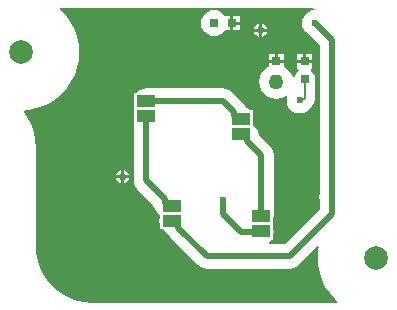
<source format=gbl>
G04*
G04 #@! TF.GenerationSoftware,Altium Limited,Altium Designer,19.0.14 (431)*
G04*
G04 Layer_Physical_Order=2*
G04 Layer_Color=16711680*
%FSLAX25Y25*%
%MOIN*%
G70*
G01*
G75*
%ADD12C,0.01968*%
%ADD29C,0.00600*%
%ADD31C,0.07874*%
%ADD32C,0.02362*%
%ADD33C,0.05000*%
%ADD34R,0.06299X0.03937*%
%ADD35R,0.02953X0.03150*%
%ADD36R,0.03150X0.02953*%
G36*
X137972Y131933D02*
X138777Y131773D01*
X138760Y131267D01*
X137846Y131146D01*
X136792Y130710D01*
X135888Y130016D01*
X135194Y129111D01*
X134757Y128058D01*
X134608Y126927D01*
X134757Y125796D01*
X135194Y124743D01*
X135888Y123838D01*
X136792Y123144D01*
X136912Y123094D01*
X140515Y119491D01*
Y70148D01*
X140466Y70028D01*
X140317Y68898D01*
X140466Y67767D01*
X140515Y67647D01*
Y65113D01*
X128785Y53382D01*
X123619D01*
X123449Y53882D01*
X124011Y54313D01*
X124327Y54724D01*
X125000D01*
Y55964D01*
X125091Y56182D01*
X125233Y57262D01*
X125091Y58341D01*
X125000Y58559D01*
Y61301D01*
X125091Y61519D01*
X125233Y62598D01*
Y83071D01*
X125091Y84150D01*
X124674Y85156D01*
X124011Y86019D01*
X120425Y89605D01*
X120366Y90056D01*
X119949Y91061D01*
X119287Y91925D01*
X118303Y92909D01*
X118110Y93057D01*
Y93781D01*
X118201Y94000D01*
X118343Y95079D01*
X118201Y96158D01*
X118110Y96376D01*
Y97835D01*
X117269D01*
X117122Y98027D01*
X116258Y98690D01*
X115806Y98877D01*
X115619Y99329D01*
X114956Y100192D01*
X111216Y103933D01*
X110353Y104595D01*
X109347Y105012D01*
X108268Y105154D01*
X82677D01*
X81598Y105012D01*
X80592Y104595D01*
X79729Y103933D01*
X79581Y103740D01*
X78740D01*
Y102282D01*
X78650Y102063D01*
X78508Y100984D01*
X78650Y99905D01*
X78740Y99687D01*
Y97164D01*
X78650Y96945D01*
X78508Y95866D01*
Y74581D01*
X78650Y73502D01*
X79066Y72496D01*
X79729Y71633D01*
X84968Y66393D01*
X85028Y65943D01*
X85444Y64937D01*
X86107Y64074D01*
X87091Y63089D01*
X87283Y62942D01*
Y62217D01*
X87193Y61999D01*
X87051Y60919D01*
X87193Y59840D01*
X87283Y59622D01*
Y58164D01*
X88125D01*
X88272Y57971D01*
X89136Y57309D01*
X89588Y57121D01*
X89775Y56669D01*
X90438Y55806D01*
X99979Y46264D01*
X100843Y45602D01*
X101848Y45185D01*
X102927Y45043D01*
X130512D01*
X131591Y45185D01*
X132597Y45602D01*
X133460Y46264D01*
X139747Y52551D01*
X140188Y52315D01*
X139966Y51202D01*
X139801Y48679D01*
X139966Y46156D01*
X140460Y43675D01*
X141273Y41281D01*
X142391Y39013D01*
X143796Y36910D01*
X145464Y35009D01*
X146338Y34242D01*
X146162Y33774D01*
X64646D01*
X64621Y33769D01*
X62185Y33929D01*
X59767Y34410D01*
X57433Y35202D01*
X55221Y36293D01*
X53171Y37662D01*
X51318Y39288D01*
X49692Y41142D01*
X48322Y43192D01*
X47232Y45403D01*
X46439Y47738D01*
X45958Y50156D01*
X45799Y52591D01*
X45804Y52616D01*
Y85355D01*
X45804Y85355D01*
X45831D01*
X45656Y88038D01*
X45131Y90675D01*
X44267Y93221D01*
X43077Y95633D01*
X41893Y97406D01*
X42148Y97924D01*
X43547Y98015D01*
X46027Y98509D01*
X48422Y99322D01*
X50690Y100440D01*
X52793Y101845D01*
X54694Y103513D01*
X56361Y105414D01*
X57766Y107517D01*
X58885Y109785D01*
X59698Y112179D01*
X60191Y114660D01*
X60356Y117183D01*
X60191Y119706D01*
X59698Y122187D01*
X58885Y124581D01*
X57766Y126849D01*
X56361Y128952D01*
X54694Y130853D01*
X53820Y131620D01*
X53996Y132088D01*
X135512D01*
X135537Y132093D01*
X137972Y131933D01*
D02*
G37*
%LPC*%
G36*
X113795Y129445D02*
X111721D01*
Y127469D01*
X113795D01*
Y129445D01*
D02*
G37*
G36*
X121287Y126712D02*
Y125088D01*
X122912D01*
X122842Y125439D01*
X122360Y126160D01*
X121638Y126642D01*
X121287Y126712D01*
D02*
G37*
G36*
X120287D02*
X119936Y126642D01*
X119215Y126160D01*
X118733Y125439D01*
X118663Y125088D01*
X120287D01*
Y126712D01*
D02*
G37*
G36*
X113795Y126469D02*
X111721D01*
Y124492D01*
X113795D01*
Y126469D01*
D02*
G37*
G36*
X105295Y131295D02*
X104165Y131146D01*
X103111Y130710D01*
X102207Y130016D01*
X101512Y129111D01*
X101076Y128058D01*
X100927Y126927D01*
X101076Y125796D01*
X101512Y124743D01*
X102207Y123838D01*
X103111Y123144D01*
X104165Y122708D01*
X105295Y122559D01*
X106426Y122708D01*
X107479Y123144D01*
X108384Y123838D01*
X108886Y124492D01*
X110721D01*
Y126969D01*
Y129445D01*
X108822D01*
X108384Y130016D01*
X107479Y130710D01*
X106426Y131146D01*
X105295Y131295D01*
D02*
G37*
G36*
X122912Y124088D02*
X121287D01*
Y122463D01*
X121638Y122533D01*
X122360Y123015D01*
X122842Y123737D01*
X122912Y124088D01*
D02*
G37*
G36*
X120287D02*
X118663D01*
X118733Y123737D01*
X119215Y123015D01*
X119936Y122533D01*
X120287Y122463D01*
Y124088D01*
D02*
G37*
G36*
X137988Y116748D02*
X136012D01*
Y114673D01*
X137988D01*
Y116748D01*
D02*
G37*
G36*
X128461D02*
X126484D01*
Y114673D01*
X128461D01*
Y116748D01*
D02*
G37*
G36*
X125484D02*
X123508D01*
Y114673D01*
X125484D01*
Y116748D01*
D02*
G37*
G36*
X135012D02*
X133035D01*
Y114673D01*
X135012D01*
Y116748D01*
D02*
G37*
G36*
X137988Y113673D02*
X135512D01*
X133035D01*
Y111598D01*
X133364D01*
X133534Y111098D01*
X133052Y110728D01*
X132499Y110007D01*
X132151Y109168D01*
X132052Y108414D01*
X131547D01*
X131488Y108861D01*
X130919Y110235D01*
X130014Y111415D01*
X128833Y112321D01*
X128461Y112475D01*
Y113673D01*
X125984D01*
X123508D01*
Y112475D01*
X123135Y112321D01*
X121955Y111415D01*
X121049Y110235D01*
X120480Y108861D01*
X120286Y107386D01*
X120480Y105911D01*
X121049Y104537D01*
X121955Y103356D01*
X123135Y102451D01*
X124509Y101882D01*
X125984Y101687D01*
X127459Y101882D01*
X128833Y102451D01*
X129306Y102813D01*
X129716Y102498D01*
X129639Y102312D01*
X129490Y101181D01*
X129639Y100051D01*
X130075Y98997D01*
X130770Y98092D01*
X131674Y97398D01*
X132728Y96962D01*
X133858Y96813D01*
X134989Y96962D01*
X136042Y97398D01*
X136947Y98092D01*
X137641Y98997D01*
X137824Y99439D01*
X137972Y99587D01*
X138525Y100308D01*
X138873Y101147D01*
X138991Y102047D01*
Y108268D01*
X138873Y109168D01*
X138525Y110007D01*
X137972Y110728D01*
X137489Y111098D01*
X137659Y111598D01*
X137988D01*
Y113673D01*
D02*
G37*
G36*
X75303Y77912D02*
Y76287D01*
X76928D01*
X76858Y76638D01*
X76376Y77360D01*
X75654Y77842D01*
X75303Y77912D01*
D02*
G37*
G36*
X74303D02*
X73952Y77842D01*
X73231Y77360D01*
X72749Y76638D01*
X72679Y76287D01*
X74303D01*
Y77912D01*
D02*
G37*
G36*
X76928Y75287D02*
X75303D01*
Y73663D01*
X75654Y73733D01*
X76376Y74215D01*
X76858Y74936D01*
X76928Y75287D01*
D02*
G37*
G36*
X74303D02*
X72679D01*
X72749Y74936D01*
X73231Y74215D01*
X73952Y73733D01*
X74303Y73663D01*
Y75287D01*
D02*
G37*
%LPD*%
D12*
X144685Y63386D02*
Y68898D01*
X130512Y49213D02*
X144685Y63386D01*
X102927Y49213D02*
X130512D01*
X144685Y68898D02*
Y121218D01*
X138976Y126927D02*
X144685Y121218D01*
X121063Y62598D02*
Y83071D01*
X116339Y87795D02*
X121063Y83071D01*
X116339Y87795D02*
Y88976D01*
X115354Y89961D02*
X116339Y88976D01*
X114173Y89961D02*
X115354D01*
X112008Y96063D02*
Y97244D01*
X108268Y100984D02*
X112008Y97244D01*
Y96063D02*
X112992Y95079D01*
X114173D01*
X82677Y100984D02*
X108268D01*
X82677Y74581D02*
X89055Y68203D01*
Y67022D02*
Y68203D01*
Y67022D02*
X90039Y66038D01*
X91220D01*
X82677Y74581D02*
Y95866D01*
X93386Y58754D02*
X102927Y49213D01*
X93386Y58754D02*
Y59935D01*
X92401Y60919D02*
X93386Y59935D01*
X91220Y60919D02*
X92401D01*
X114173Y57262D02*
X121063D01*
X108268Y63167D02*
X114173Y57262D01*
X108268Y63167D02*
Y67913D01*
D29*
X133858Y101181D02*
X134646D01*
X135512Y102047D01*
Y108268D01*
D31*
X159134Y48679D02*
D03*
X41024Y117183D02*
D03*
D32*
X133858Y101181D02*
D03*
X144685Y68898D02*
D03*
X138976Y126927D02*
D03*
X120787Y124588D02*
D03*
X105295Y126927D02*
D03*
X74803Y75787D02*
D03*
X108268Y67913D02*
D03*
D33*
X125984Y107386D02*
D03*
D34*
X121063Y62598D02*
D03*
Y57480D02*
D03*
X114173Y95079D02*
D03*
Y89961D02*
D03*
X82677Y95866D02*
D03*
Y100984D02*
D03*
X91220Y60919D02*
D03*
Y66038D02*
D03*
D35*
X135512Y114173D02*
D03*
Y108268D02*
D03*
X125984D02*
D03*
Y114173D02*
D03*
D36*
X105315Y126969D02*
D03*
X111221D02*
D03*
M02*

</source>
